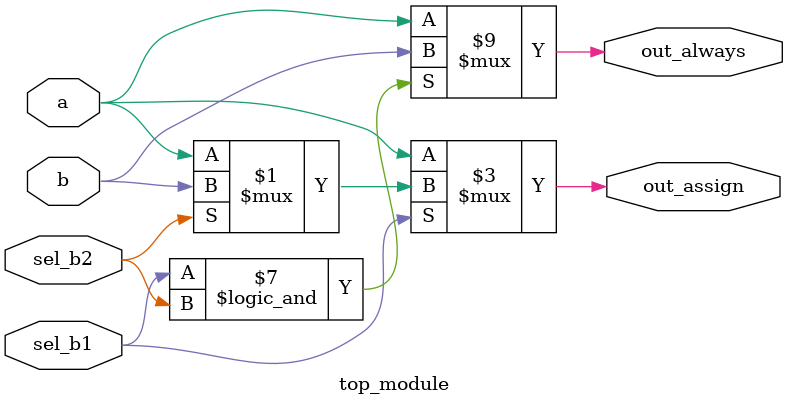
<source format=v>
module top_module(
    input a,
    input b,
    input sel_b1,
    input sel_b2,
    output wire out_assign,
    output reg out_always   ); 

    assign out_assign = sel_b1 ? (sel_b2 ? b : a) : (sel_b2 ? a : a);

    always @(*) begin
        if (sel_b1 == 1 && sel_b2 == 1) begin
            out_always = b;
        end else begin
            out_always = a;
        end
    end

endmodule

</source>
